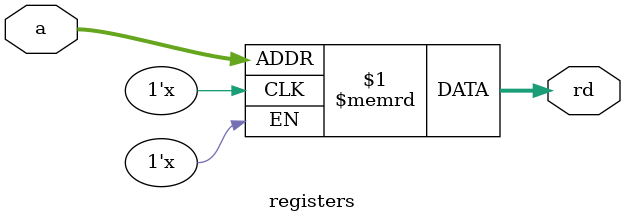
<source format=sv>
module registers
(input[4:0] a, output[31:0] rd);
	logic[31:0] REGISTERS [31:0];
	assign rd = REGISTERS[a];
endmodule
</source>
